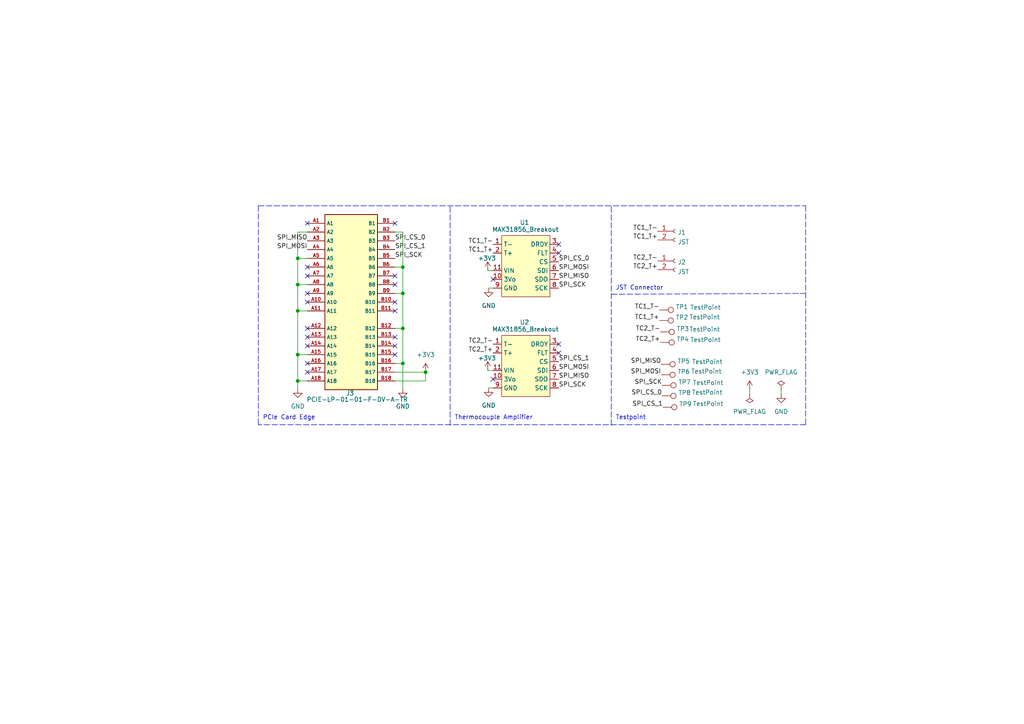
<source format=kicad_sch>
(kicad_sch (version 20211123) (generator eeschema)
  (paper "A4")
  (lib_symbols
    (symbol "Connector:Conn_01x02_Female" (pin_names (offset 1.016) hide)
      (property "Reference" "J" (at 0 2.54 0))
      (property "Value" "Conn_01x02_Female" (at 0 -5.08 0))
      (symbol "Conn_01x02_Female_1_1"
        (arc (start 0 -2.032) (mid -0.508 -2.54) (end 0 -3.048) (stroke (width 0.1524)))
        (polyline (pts (xy -1.27 -2.54) (xy -0.508 -2.54)) (stroke (width 0.1524)))
        (polyline (pts (xy -1.27 0) (xy -0.508 0)) (stroke (width 0.1524)))
        (arc (start 0 0.508) (mid -0.508 0) (end 0 -0.508) (stroke (width 0.1524)))
        (pin passive line (at -5.08 0 0) (length 3.81) (name "Pin_1") (number "1"))
        (pin passive line (at -5.08 -2.54 0) (length 3.81) (name "Pin_2") (number "2"))
      )
    )
    (symbol "Connector:TestPoint" (pin_numbers hide) (pin_names (offset 0.762) hide)
      (property "Reference" "TP" (at 0 6.858 0))
      (property "Value" "TestPoint" (at 0 5.08 0))
      (symbol "TestPoint_0_1"
        (circle (center 0 3.302) (radius 0.762))
      )
      (symbol "TestPoint_1_1"
        (pin passive line (at 0 0 90) (length 2.54) (name "1") (number "1"))
      )
    )
    (symbol "MAX31856_Breakout:MAX31856_Breakout"
      (property "Reference" "U" (at -1.27 -6.35 0))
      (property "Value" "MAX31856_Breakout" (at 0 -8.89 0))
      (symbol "MAX31856_Breakout_0_1"
        (rectangle (start -7.62 13.97) (end 6.35 -3.81) (fill (type background)))
      )
      (symbol "MAX31856_Breakout_1_1"
        (pin input line (at -10.16 11.43 0) (length 2.54) (name "T-") (number "1"))
        (pin power_out line (at -10.16 1.27 0) (length 2.54) (name "3Vo") (number "10"))
        (pin power_in line (at -10.16 3.81 0) (length 2.54) (name "VIN") (number "11"))
        (pin input line (at -10.16 8.89 0) (length 2.54) (name "T+") (number "2"))
        (pin output line (at 8.89 11.43 180) (length 2.54) (name "DRDY") (number "3"))
        (pin output line (at 8.89 8.89 180) (length 2.54) (name "FLT") (number "4"))
        (pin input line (at 8.89 6.35 180) (length 2.54) (name "CS") (number "5"))
        (pin input line (at 8.89 3.81 180) (length 2.54) (name "SDI") (number "6"))
        (pin tri_state line (at 8.89 1.27 180) (length 2.54) (name "SDO") (number "7"))
        (pin input line (at 8.89 -1.27 180) (length 2.54) (name "SCK") (number "8"))
        (pin power_in line (at -10.16 -1.27 0) (length 2.54) (name "GND") (number "9"))
      )
    )
    (symbol "PCIE_Card_Edge:PCIE-LP-01-01-F-DV-A-TR_(card_edge)"
      (property "Reference" "J" (at 0 0 0))
      (property "Value" "PCIE-LP-01-01-F-DV-A-TR_(card_edge)" (at 0 0 0))
      (symbol "PCIE-LP-01-01-F-DV-A-TR_(card_edge)_0_0"
        (rectangle (start -6.35 3.81) (end 8.89 54.61) (stroke (width 0.254)) (fill (type background)))
        (pin passive line (at -11.43 52.07 0) (length 5.08) (name "A1") (number "A1"))
        (pin passive line (at -11.43 29.21 0) (length 5.08) (name "A10") (number "A10"))
        (pin passive line (at -11.43 26.67 0) (length 5.08) (name "A11") (number "A11"))
        (pin passive line (at -11.43 21.59 0) (length 5.08) (name "A12") (number "A12"))
        (pin passive line (at -11.43 19.05 0) (length 5.08) (name "A13") (number "A13"))
        (pin passive line (at -11.43 16.51 0) (length 5.08) (name "A14") (number "A14"))
        (pin passive line (at -11.43 13.97 0) (length 5.08) (name "A15") (number "A15"))
        (pin passive line (at -11.43 11.43 0) (length 5.08) (name "A16") (number "A16"))
        (pin passive line (at -11.43 8.89 0) (length 5.08) (name "A17") (number "A17"))
        (pin passive line (at -11.43 6.35 0) (length 5.08) (name "A18") (number "A18"))
        (pin passive line (at -11.43 49.53 0) (length 5.08) (name "A2") (number "A2"))
        (pin passive line (at -11.43 46.99 0) (length 5.08) (name "A3") (number "A3"))
        (pin passive line (at -11.43 44.45 0) (length 5.08) (name "A4") (number "A4"))
        (pin passive line (at -11.43 41.91 0) (length 5.08) (name "A5") (number "A5"))
        (pin passive line (at -11.43 39.37 0) (length 5.08) (name "A6") (number "A6"))
        (pin passive line (at -11.43 36.83 0) (length 5.08) (name "A7") (number "A7"))
        (pin passive line (at -11.43 34.29 0) (length 5.08) (name "A8") (number "A8"))
        (pin passive line (at -11.43 31.75 0) (length 5.08) (name "A9") (number "A9"))
        (pin passive line (at 13.97 52.07 180) (length 5.08) (name "B1") (number "B1"))
        (pin passive line (at 13.97 29.21 180) (length 5.08) (name "B10") (number "B10"))
        (pin passive line (at 13.97 26.67 180) (length 5.08) (name "B11") (number "B11"))
        (pin passive line (at 13.97 21.59 180) (length 5.08) (name "B12") (number "B12"))
        (pin passive line (at 13.97 19.05 180) (length 5.08) (name "B13") (number "B13"))
        (pin passive line (at 13.97 16.51 180) (length 5.08) (name "B14") (number "B14"))
        (pin passive line (at 13.97 13.97 180) (length 5.08) (name "B15") (number "B15"))
        (pin passive line (at 13.97 11.43 180) (length 5.08) (name "B16") (number "B16"))
        (pin passive line (at 13.97 8.89 180) (length 5.08) (name "B17") (number "B17"))
        (pin passive line (at 13.97 6.35 180) (length 5.08) (name "B18") (number "B18"))
        (pin passive line (at 13.97 49.53 180) (length 5.08) (name "B2") (number "B2"))
        (pin passive line (at 13.97 46.99 180) (length 5.08) (name "B3") (number "B3"))
        (pin passive line (at 13.97 44.45 180) (length 5.08) (name "B4") (number "B4"))
        (pin passive line (at 13.97 41.91 180) (length 5.08) (name "B5") (number "B5"))
        (pin passive line (at 13.97 39.37 180) (length 5.08) (name "B6") (number "B6"))
        (pin passive line (at 13.97 36.83 180) (length 5.08) (name "B7") (number "B7"))
        (pin passive line (at 13.97 34.29 180) (length 5.08) (name "B8") (number "B8"))
        (pin passive line (at 13.97 31.75 180) (length 5.08) (name "B9") (number "B9"))
      )
    )
    (symbol "power:+3.3V" (power) (pin_names (offset 0))
      (property "Value" "+3.3V" (at 0 3.556 0))
      (symbol "+3.3V_0_1"
        (polyline (pts (xy -0.762 1.27) (xy 0 2.54)))
        (polyline (pts (xy 0 0) (xy 0 2.54)))
        (polyline (pts (xy 0 2.54) (xy 0.762 1.27)))
      )
      (symbol "+3.3V_1_1"
        (pin power_in line (at 0 0 90) (length 0) hide (name "+3V3") (number "1"))
      )
    )
    (symbol "power:GND" (power) (pin_names (offset 0))
      (property "Value" "GND" (at 0 -3.81 0))
      (symbol "GND_0_1"
        (polyline (pts (xy 0 0) (xy 0 -1.27) (xy 1.27 -1.27) (xy 0 -2.54) (xy -1.27 -1.27) (xy 0 -1.27)))
      )
      (symbol "GND_1_1"
        (pin power_in line (at 0 0 270) (length 0) hide (name "GND") (number "1"))
      )
    )
    (symbol "power:PWR_FLAG" (power) (pin_numbers hide) (pin_names (offset 0) hide)
      (property "Value" "PWR_FLAG" (at 0 3.81 0))
      (symbol "PWR_FLAG_0_0"
        (pin power_out line (at 0 0 90) (length 0) (name "pwr") (number "1"))
      )
      (symbol "PWR_FLAG_0_1"
        (polyline (pts (xy 0 0) (xy 0 1.27) (xy -1.016 1.905) (xy 0 2.54) (xy 1.016 1.905) (xy 0 1.27)))
      )
    )
  )
  (junction (at 86.36 110.49))
  (junction (at 116.84 77.47))
  (junction (at 86.36 90.17))
  (junction (at 86.36 102.87))
  (junction (at 86.36 82.55))
  (junction (at 116.84 95.25))
  (junction (at 86.36 74.93))
  (junction (at 116.84 85.09))
  (junction (at 123.444 107.95))
  (junction (at 116.84 105.41))
  (no_connect (at 89.154 95.25))
  (no_connect (at 114.554 90.17))
  (no_connect (at 162.052 73.406))
  (no_connect (at 162.052 102.362))
  (no_connect (at 114.554 82.55))
  (no_connect (at 114.554 87.63))
  (no_connect (at 89.154 87.63))
  (no_connect (at 89.154 64.77))
  (no_connect (at 89.154 107.95))
  (no_connect (at 89.154 85.09))
  (no_connect (at 89.154 97.79))
  (no_connect (at 114.554 64.77))
  (no_connect (at 89.154 80.01))
  (no_connect (at 114.554 100.33))
  (no_connect (at 89.154 77.47))
  (no_connect (at 162.052 99.822))
  (no_connect (at 114.554 102.87))
  (no_connect (at 114.554 97.79))
  (no_connect (at 143.002 109.982))
  (no_connect (at 143.002 81.026))
  (no_connect (at 89.154 105.41))
  (no_connect (at 89.154 100.33))
  (no_connect (at 114.554 80.01))
  (no_connect (at 162.052 70.866))
  (wire (pts (xy 116.84 67.31) (xy 116.84 77.47)))
  (polyline (pts (xy 177.292 59.944) (xy 177.292 123.444)))
  (wire (pts (xy 141.478 78.486) (xy 143.002 78.486)))
  (wire (pts (xy 114.554 105.41) (xy 116.84 105.41)))
  (wire (pts (xy 226.568 113.03) (xy 226.568 114.3)))
  (wire (pts (xy 86.36 102.87) (xy 86.36 110.49)))
  (wire (pts (xy 86.36 82.55) (xy 89.154 82.55)))
  (wire (pts (xy 89.154 74.93) (xy 86.36 74.93)))
  (wire (pts (xy 86.36 74.93) (xy 86.36 82.55)))
  (wire (pts (xy 114.554 107.95) (xy 123.444 107.95)))
  (wire (pts (xy 141.732 83.566) (xy 143.002 83.566)))
  (wire (pts (xy 114.554 67.31) (xy 116.84 67.31)))
  (polyline (pts (xy 233.68 59.69) (xy 233.68 123.19)))
  (wire (pts (xy 114.554 77.47) (xy 116.84 77.47)))
  (polyline (pts (xy 74.93 59.69) (xy 74.93 123.19)))
  (wire (pts (xy 89.154 67.31) (xy 86.36 67.31)))
  (wire (pts (xy 86.36 90.17) (xy 89.154 90.17)))
  (wire (pts (xy 141.478 107.442) (xy 143.002 107.442)))
  (polyline (pts (xy 130.556 59.944) (xy 130.556 123.444)))
  (wire (pts (xy 86.36 82.55) (xy 86.36 90.17)))
  (wire (pts (xy 86.36 110.49) (xy 86.36 112.776)))
  (wire (pts (xy 86.36 102.87) (xy 89.154 102.87)))
  (wire (pts (xy 116.84 85.09) (xy 116.84 95.25)))
  (polyline (pts (xy 74.93 59.69) (xy 233.68 59.69)))
  (wire (pts (xy 123.444 107.95) (xy 123.444 110.49)))
  (wire (pts (xy 86.36 110.49) (xy 89.154 110.49)))
  (wire (pts (xy 86.36 90.17) (xy 86.36 102.87)))
  (wire (pts (xy 116.84 77.47) (xy 116.84 85.09)))
  (wire (pts (xy 114.554 95.25) (xy 116.84 95.25)))
  (wire (pts (xy 86.36 67.31) (xy 86.36 74.93)))
  (wire (pts (xy 114.554 85.09) (xy 116.84 85.09)))
  (polyline (pts (xy 233.68 123.19) (xy 74.93 123.19)))
  (wire (pts (xy 114.554 110.49) (xy 123.444 110.49)))
  (wire (pts (xy 217.424 114.3) (xy 217.424 113.03)))
  (wire (pts (xy 116.84 95.25) (xy 116.84 105.41)))
  (polyline (pts (xy 177.292 85.344) (xy 233.68 85.09)))
  (wire (pts (xy 116.84 105.41) (xy 116.84 112.776)))
  (wire (pts (xy 141.732 112.522) (xy 143.002 112.522)))
  (text "Testpoint" (at 178.562 121.92 0) (effects (font (size 1.27 1.27)) (justify left bottom)))
  (text "JST Connector" (at 178.562 84.328 0) (effects (font (size 1.27 1.27)) (justify left bottom)))
  (text "PCIe Card Edge" (at 76.2 121.92 0) (effects (font (size 1.27 1.27)) (justify left bottom)))
  (text "Thermocouple Amplifier" (at 131.826 121.92 0) (effects (font (size 1.27 1.27)) (justify left bottom)))
  (label "TC2_T+" (at 191.516 99.314 180))
  (label "SPI_CS_0" (at 192.024 114.808 180))
  (label "TC2_T-" (at 143.002 99.822 180))
  (label "SPI_SCK" (at 162.052 83.566 0))
  (label "SPI_CS_1" (at 114.554 72.39 0))
  (label "SPI_MISO" (at 162.052 109.982 0))
  (label "SPI_CS_0" (at 114.554 69.85 0))
  (label "TC2_T+" (at 143.002 102.362 180))
  (label "SPI_MOSI" (at 89.154 72.39 180))
  (label "SPI_SCK" (at 162.052 112.522 0))
  (label "TC1_T-" (at 191.262 89.916 180))
  (label "TC1_T+" (at 143.002 73.406 180))
  (label "SPI_MISO" (at 162.052 81.026 0))
  (label "SPI_MOSI" (at 162.052 78.486 0))
  (label "SPI_SCK" (at 192.024 111.76 180))
  (label "TC2_T-" (at 191.516 96.266 180))
  (label "SPI_MOSI" (at 162.052 107.442 0))
  (label "SPI_CS_0" (at 162.052 75.946 0))
  (label "SPI_MISO" (at 89.154 69.85 180))
  (label "TC1_T+" (at 191.262 92.964 180))
  (label "SPI_CS_1" (at 162.052 104.902 0))
  (label "TC1_T+" (at 190.754 69.596 180))
  (label "SPI_MOSI" (at 191.77 108.712 180))
  (label "TC1_T-" (at 190.754 67.056 180))
  (label "SPI_SCK" (at 114.554 74.93 0))
  (label "TC1_T-" (at 143.002 70.866 180))
  (label "SPI_CS_1" (at 192.278 118.11 180))
  (label "SPI_MISO" (at 191.77 105.664 180))
  (label "TC2_T+" (at 190.754 78.232 180))
  (label "TC2_T-" (at 190.754 75.692 180))
  (symbol (lib_id "Connector:TestPoint") (at 191.516 96.266 270) (unit 1)
    (property "Reference" "TP3" (at 196.215 95.3575 90) (effects (justify left)))
    (property "Value" "TestPoint" (at 199.898 95.504 90) (effects (justify left)))
    (property "Footprint" "TestPoint:TestPoint_Plated_Hole_D2.0mm" (effects hide))
  )
  (symbol (lib_id "PCIE_Card_Edge:PCIE-LP-01-01-F-DV-A-TR_(card_edge)") (at 100.584 116.84 0) (unit 1)
    (property "Reference" "J3" (at 100.33 114.808 0) (effects (justify left bottom)))
    (property "Value" "PCIE-LP-01-01-F-DV-A-TR" (at 88.9 116.586 0) (effects (justify left bottom)))
    (property "Footprint" "Connector_PCBEdge:BUS_PCIexpress_x1" (effects hide))
    (property "MAXIMUM_PACKAGE_HEIGHT" "8.13mm" (effects hide))
    (property "STANDARD" "Manufacturer Recommendations" (effects hide))
    (property "PARTREV" "B" (effects hide))
    (property "MANUFACTURER" "Samtec" (effects hide))
  )
  (symbol (lib_id "power:GND") (at 116.84 112.776 0) (unit 1)
    (property "Reference" "#PWR07" (effects hide))
    (property "Value" "GND" (at 116.84 117.856 0))
  )
  (symbol (lib_id "power:+3.3V") (at 123.444 107.95 0) (unit 1)
    (property "Reference" "#PWR04" (effects hide))
    (property "Value" "+3.3V" (at 123.444 102.87 0))
  )
  (symbol (lib_id "Connector:TestPoint") (at 191.262 89.916 270) (unit 1)
    (property "Reference" "TP1" (at 195.961 89.0075 90) (effects (justify left)))
    (property "Value" "TestPoint" (at 200.152 89.154 90) (effects (justify left)))
    (property "Footprint" "TestPoint:TestPoint_Plated_Hole_D2.0mm" (effects hide))
  )
  (symbol (lib_id "power:GND") (at 226.568 114.3 0) (unit 1)
    (property "Reference" "#PWR09" (effects hide))
    (property "Value" "GND" (at 226.568 119.38 0))
  )
  (symbol (lib_id "MAX31856_Breakout:MAX31856_Breakout") (at 153.162 82.296 0) (unit 1)
    (property "Reference" "U1" (at 152.146 64.516 0))
    (property "Value" "MAX31856_Breakout" (at 152.4 66.548 0))
    (property "Footprint" "MAX31856_Breakout:MAX31856_Breakout" (effects hide))
  )
  (symbol (lib_id "power:+3.3V") (at 217.424 113.03 0) (unit 1)
    (property "Reference" "#PWR08" (effects hide))
    (property "Value" "+3.3V" (at 217.424 107.95 0))
  )
  (symbol (lib_id "power:PWR_FLAG") (at 217.424 114.3 180) (unit 1)
    (property "Reference" "#FLG02" (effects hide))
    (property "Value" "PWR_FLAG" (at 217.424 119.38 0))
  )
  (symbol (lib_id "Connector:Conn_01x02_Female") (at 195.834 67.056 0) (unit 1)
    (property "Reference" "J1" (at 196.5452 67.4175 0) (effects (justify left)))
    (property "Value" "JST" (at 196.5452 70.1926 0) (effects (justify left)))
    (property "Footprint" "Connector_PinHeader_2.54mm:PinHeader_1x02_P2.54mm_Horizontal" (effects hide))
  )
  (symbol (lib_id "power:+3.3V") (at 141.478 78.486 0) (unit 1)
    (property "Reference" "#PWR01" (effects hide))
    (property "Value" "+3.3V" (at 141.224 74.93 0))
  )
  (symbol (lib_id "power:GND") (at 141.732 83.566 0) (unit 1)
    (property "Reference" "#PWR02" (effects hide))
    (property "Value" "GND" (at 141.732 88.646 0))
  )
  (symbol (lib_id "Connector:TestPoint") (at 192.024 111.76 270) (unit 1)
    (property "Reference" "TP7" (at 196.723 110.8515 90) (effects (justify left)))
    (property "Value" "TestPoint" (at 200.914 110.998 90) (effects (justify left)))
    (property "Footprint" "TestPoint:TestPoint_Plated_Hole_D2.0mm" (effects hide))
  )
  (symbol (lib_id "Connector:Conn_01x02_Female") (at 195.834 75.692 0) (unit 1)
    (property "Reference" "J2" (at 196.5452 76.0535 0) (effects (justify left)))
    (property "Value" "JST" (at 196.5452 78.8286 0) (effects (justify left)))
    (property "Footprint" "Connector_PinHeader_2.54mm:PinHeader_1x02_P2.54mm_Horizontal" (effects hide))
  )
  (symbol (lib_id "Connector:TestPoint") (at 191.77 108.712 270) (unit 1)
    (property "Reference" "TP6" (at 196.469 107.8035 90) (effects (justify left)))
    (property "Value" "TestPoint" (at 200.406 107.696 90) (effects (justify left)))
    (property "Footprint" "TestPoint:TestPoint_Plated_Hole_D2.0mm" (effects hide))
  )
  (symbol (lib_id "power:GND") (at 86.36 112.776 0) (unit 1)
    (property "Reference" "#PWR06" (effects hide))
    (property "Value" "GND" (at 86.36 117.856 0))
  )
  (symbol (lib_id "power:PWR_FLAG") (at 226.568 113.03 0) (unit 1)
    (property "Reference" "#FLG01" (effects hide))
    (property "Value" "PWR_FLAG" (at 226.568 107.95 0))
  )
  (symbol (lib_id "Connector:TestPoint") (at 191.516 99.314 270) (unit 1)
    (property "Reference" "TP4" (at 196.215 98.4055 90) (effects (justify left)))
    (property "Value" "TestPoint" (at 200.152 98.552 90) (effects (justify left)))
    (property "Footprint" "TestPoint:TestPoint_Plated_Hole_D2.0mm" (effects hide))
  )
  (symbol (lib_id "MAX31856_Breakout:MAX31856_Breakout") (at 153.162 111.252 0) (unit 1)
    (property "Reference" "U2" (at 152.146 93.472 0))
    (property "Value" "MAX31856_Breakout" (at 152.4 95.504 0))
    (property "Footprint" "MAX31856_Breakout:MAX31856_Breakout" (effects hide))
  )
  (symbol (lib_id "Connector:TestPoint") (at 191.77 105.664 270) (unit 1)
    (property "Reference" "TP5" (at 196.469 104.7555 90) (effects (justify left)))
    (property "Value" "TestPoint" (at 200.66 104.902 90) (effects (justify left)))
    (property "Footprint" "TestPoint:TestPoint_Plated_Hole_D2.0mm" (effects hide))
  )
  (symbol (lib_id "power:+3.3V") (at 141.478 107.442 0) (unit 1)
    (property "Reference" "#PWR03" (effects hide))
    (property "Value" "+3.3V" (at 141.224 103.886 0))
  )
  (symbol (lib_id "Connector:TestPoint") (at 191.262 92.964 270) (unit 1)
    (property "Reference" "TP2" (at 195.961 92.0555 90) (effects (justify left)))
    (property "Value" "TestPoint" (at 199.898 91.948 90) (effects (justify left)))
    (property "Footprint" "TestPoint:TestPoint_Plated_Hole_D2.0mm" (effects hide))
  )
  (symbol (lib_id "Connector:TestPoint") (at 192.024 114.808 270) (unit 1)
    (property "Reference" "TP8" (at 196.723 113.8995 90) (effects (justify left)))
    (property "Value" "TestPoint" (at 200.66 113.792 90) (effects (justify left)))
    (property "Footprint" "TestPoint:TestPoint_Plated_Hole_D2.0mm" (effects hide))
  )
  (symbol (lib_id "Connector:TestPoint") (at 192.278 118.11 270) (unit 1)
    (property "Reference" "TP9" (at 196.977 117.2015 90) (effects (justify left)))
    (property "Value" "TestPoint" (at 200.914 117.094 90) (effects (justify left)))
    (property "Footprint" "TestPoint:TestPoint_Plated_Hole_D2.0mm" (effects hide))
  )
  (symbol (lib_id "power:GND") (at 141.732 112.522 0) (unit 1)
    (property "Reference" "#PWR05" (effects hide))
    (property "Value" "GND" (at 141.732 117.602 0))
  )
)
</source>
